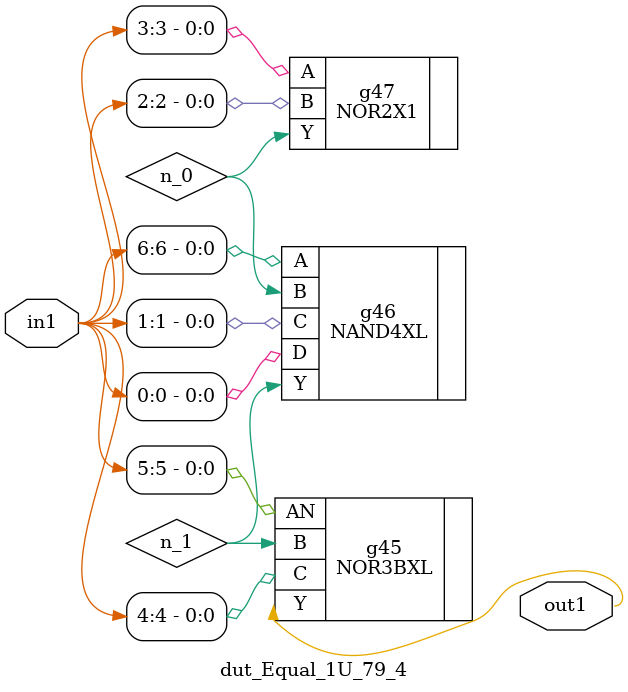
<source format=v>
`timescale 1ps / 1ps


module dut_Equal_1U_79_4(in1, out1);
  input [6:0] in1;
  output out1;
  wire [6:0] in1;
  wire out1;
  wire n_0, n_1;
  NOR3BXL g45(.AN (in1[5]), .B (n_1), .C (in1[4]), .Y (out1));
  NAND4XL g46(.A (in1[6]), .B (n_0), .C (in1[1]), .D (in1[0]), .Y
       (n_1));
  NOR2X1 g47(.A (in1[3]), .B (in1[2]), .Y (n_0));
endmodule



</source>
